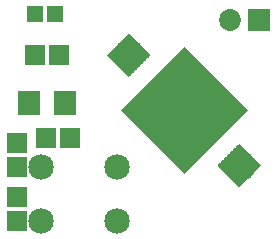
<source format=gts>
G04 MADE WITH FRITZING*
G04 WWW.FRITZING.ORG*
G04 DOUBLE SIDED*
G04 HOLES PLATED*
G04 CONTOUR ON CENTER OF CONTOUR VECTOR*
%ASAXBY*%
%FSLAX23Y23*%
%MOIN*%
%OFA0B0*%
%SFA1.0B1.0*%
%ADD10C,0.072992*%
%ADD11C,0.085000*%
%ADD12C,0.103000*%
%ADD13R,0.065118X0.069055*%
%ADD14R,0.057244X0.053307*%
%ADD15R,0.072992X0.084803*%
%ADD16R,0.069055X0.065118*%
%ADD17R,0.072992X0.072992*%
%ADD18C,0.010000*%
%ADD19R,0.001000X0.001000*%
%LNMASK1*%
G90*
G70*
G54D10*
X877Y724D03*
X779Y724D03*
G54D11*
X149Y232D03*
X405Y232D03*
X149Y55D03*
X405Y55D03*
G54D12*
X444Y606D03*
X812Y238D03*
X444Y606D03*
X812Y238D03*
G54D13*
X247Y330D03*
X166Y330D03*
G54D14*
X129Y744D03*
X196Y744D03*
G54D13*
X129Y606D03*
X210Y606D03*
G54D15*
X109Y448D03*
X231Y448D03*
G54D16*
X70Y232D03*
X70Y313D03*
X70Y55D03*
X70Y135D03*
G54D17*
X877Y724D03*
G54D18*
G36*
X840Y422D02*
X628Y210D01*
X416Y422D01*
X628Y634D01*
X840Y422D01*
G37*
D02*
G54D19*
X443Y678D02*
X444Y678D01*
X442Y677D02*
X445Y677D01*
X441Y676D02*
X446Y676D01*
X440Y675D02*
X447Y675D01*
X439Y674D02*
X448Y674D01*
X438Y673D02*
X449Y673D01*
X437Y672D02*
X450Y672D01*
X436Y671D02*
X451Y671D01*
X435Y670D02*
X452Y670D01*
X434Y669D02*
X453Y669D01*
X433Y668D02*
X454Y668D01*
X432Y667D02*
X455Y667D01*
X431Y666D02*
X456Y666D01*
X430Y665D02*
X457Y665D01*
X429Y664D02*
X458Y664D01*
X428Y663D02*
X459Y663D01*
X427Y662D02*
X460Y662D01*
X426Y661D02*
X461Y661D01*
X425Y660D02*
X462Y660D01*
X424Y659D02*
X463Y659D01*
X423Y658D02*
X464Y658D01*
X422Y657D02*
X465Y657D01*
X421Y656D02*
X466Y656D01*
X420Y655D02*
X467Y655D01*
X419Y654D02*
X468Y654D01*
X418Y653D02*
X469Y653D01*
X417Y652D02*
X470Y652D01*
X416Y651D02*
X471Y651D01*
X415Y650D02*
X472Y650D01*
X414Y649D02*
X473Y649D01*
X413Y648D02*
X474Y648D01*
X412Y647D02*
X475Y647D01*
X411Y646D02*
X476Y646D01*
X410Y645D02*
X477Y645D01*
X409Y644D02*
X478Y644D01*
X408Y643D02*
X479Y643D01*
X407Y642D02*
X480Y642D01*
X406Y641D02*
X481Y641D01*
X405Y640D02*
X482Y640D01*
X404Y639D02*
X483Y639D01*
X403Y638D02*
X441Y638D01*
X446Y638D02*
X484Y638D01*
X402Y637D02*
X435Y637D01*
X452Y637D02*
X485Y637D01*
X401Y636D02*
X432Y636D01*
X455Y636D02*
X486Y636D01*
X400Y635D02*
X430Y635D01*
X457Y635D02*
X487Y635D01*
X399Y634D02*
X428Y634D01*
X459Y634D02*
X488Y634D01*
X398Y633D02*
X426Y633D01*
X461Y633D02*
X489Y633D01*
X397Y632D02*
X425Y632D01*
X462Y632D02*
X490Y632D01*
X396Y631D02*
X423Y631D01*
X463Y631D02*
X491Y631D01*
X395Y630D02*
X422Y630D01*
X464Y630D02*
X492Y630D01*
X394Y629D02*
X421Y629D01*
X466Y629D02*
X493Y629D01*
X393Y628D02*
X420Y628D01*
X467Y628D02*
X494Y628D01*
X392Y627D02*
X419Y627D01*
X467Y627D02*
X495Y627D01*
X391Y626D02*
X418Y626D01*
X468Y626D02*
X496Y626D01*
X390Y625D02*
X418Y625D01*
X469Y625D02*
X497Y625D01*
X389Y624D02*
X417Y624D01*
X470Y624D02*
X498Y624D01*
X388Y623D02*
X416Y623D01*
X471Y623D02*
X499Y623D01*
X387Y622D02*
X416Y622D01*
X471Y622D02*
X500Y622D01*
X386Y621D02*
X415Y621D01*
X472Y621D02*
X501Y621D01*
X385Y620D02*
X414Y620D01*
X472Y620D02*
X502Y620D01*
X384Y619D02*
X414Y619D01*
X473Y619D02*
X503Y619D01*
X383Y618D02*
X413Y618D01*
X473Y618D02*
X504Y618D01*
X382Y617D02*
X413Y617D01*
X474Y617D02*
X505Y617D01*
X381Y616D02*
X413Y616D01*
X474Y616D02*
X506Y616D01*
X380Y615D02*
X412Y615D01*
X474Y615D02*
X507Y615D01*
X379Y614D02*
X412Y614D01*
X475Y614D02*
X508Y614D01*
X378Y613D02*
X412Y613D01*
X475Y613D02*
X509Y613D01*
X377Y612D02*
X412Y612D01*
X475Y612D02*
X510Y612D01*
X376Y611D02*
X411Y611D01*
X475Y611D02*
X511Y611D01*
X375Y610D02*
X411Y610D01*
X475Y610D02*
X512Y610D01*
X374Y609D02*
X411Y609D01*
X476Y609D02*
X513Y609D01*
X373Y608D02*
X411Y608D01*
X476Y608D02*
X514Y608D01*
X372Y607D02*
X411Y607D01*
X476Y607D02*
X515Y607D01*
X371Y606D02*
X411Y606D01*
X476Y606D02*
X515Y606D01*
X372Y605D02*
X411Y605D01*
X476Y605D02*
X514Y605D01*
X373Y604D02*
X411Y604D01*
X476Y604D02*
X513Y604D01*
X374Y603D02*
X411Y603D01*
X476Y603D02*
X512Y603D01*
X375Y602D02*
X411Y602D01*
X475Y602D02*
X511Y602D01*
X376Y601D02*
X411Y601D01*
X475Y601D02*
X510Y601D01*
X377Y600D02*
X412Y600D01*
X475Y600D02*
X509Y600D01*
X378Y599D02*
X412Y599D01*
X475Y599D02*
X508Y599D01*
X379Y598D02*
X412Y598D01*
X475Y598D02*
X507Y598D01*
X380Y597D02*
X412Y597D01*
X474Y597D02*
X506Y597D01*
X381Y596D02*
X413Y596D01*
X474Y596D02*
X505Y596D01*
X382Y595D02*
X413Y595D01*
X473Y595D02*
X504Y595D01*
X383Y594D02*
X414Y594D01*
X473Y594D02*
X503Y594D01*
X384Y593D02*
X414Y593D01*
X473Y593D02*
X502Y593D01*
X385Y592D02*
X415Y592D01*
X472Y592D02*
X501Y592D01*
X386Y591D02*
X415Y591D01*
X472Y591D02*
X500Y591D01*
X387Y590D02*
X416Y590D01*
X471Y590D02*
X499Y590D01*
X388Y589D02*
X416Y589D01*
X470Y589D02*
X498Y589D01*
X389Y588D02*
X417Y588D01*
X470Y588D02*
X497Y588D01*
X390Y587D02*
X418Y587D01*
X469Y587D02*
X496Y587D01*
X391Y586D02*
X419Y586D01*
X468Y586D02*
X495Y586D01*
X392Y585D02*
X420Y585D01*
X467Y585D02*
X494Y585D01*
X393Y584D02*
X421Y584D01*
X466Y584D02*
X493Y584D01*
X394Y583D02*
X422Y583D01*
X465Y583D02*
X492Y583D01*
X395Y582D02*
X423Y582D01*
X464Y582D02*
X491Y582D01*
X396Y581D02*
X424Y581D01*
X463Y581D02*
X490Y581D01*
X397Y580D02*
X425Y580D01*
X461Y580D02*
X489Y580D01*
X398Y579D02*
X427Y579D01*
X460Y579D02*
X488Y579D01*
X399Y578D02*
X429Y578D01*
X458Y578D02*
X487Y578D01*
X400Y577D02*
X431Y577D01*
X456Y577D02*
X486Y577D01*
X401Y576D02*
X433Y576D01*
X453Y576D02*
X485Y576D01*
X402Y575D02*
X437Y575D01*
X450Y575D02*
X484Y575D01*
X403Y574D02*
X483Y574D01*
X404Y573D02*
X482Y573D01*
X405Y572D02*
X481Y572D01*
X406Y571D02*
X480Y571D01*
X407Y570D02*
X479Y570D01*
X408Y569D02*
X478Y569D01*
X409Y568D02*
X477Y568D01*
X410Y567D02*
X476Y567D01*
X411Y566D02*
X475Y566D01*
X412Y565D02*
X474Y565D01*
X413Y564D02*
X473Y564D01*
X414Y563D02*
X472Y563D01*
X415Y562D02*
X471Y562D01*
X416Y561D02*
X470Y561D01*
X417Y560D02*
X469Y560D01*
X418Y559D02*
X468Y559D01*
X419Y558D02*
X467Y558D01*
X420Y557D02*
X466Y557D01*
X421Y556D02*
X465Y556D01*
X422Y555D02*
X464Y555D01*
X423Y554D02*
X463Y554D01*
X424Y553D02*
X462Y553D01*
X425Y552D02*
X461Y552D01*
X426Y551D02*
X460Y551D01*
X427Y550D02*
X459Y550D01*
X428Y549D02*
X458Y549D01*
X429Y548D02*
X457Y548D01*
X430Y547D02*
X456Y547D01*
X431Y546D02*
X455Y546D01*
X432Y545D02*
X454Y545D01*
X433Y544D02*
X453Y544D01*
X434Y543D02*
X452Y543D01*
X435Y542D02*
X451Y542D01*
X436Y541D02*
X450Y541D01*
X437Y540D02*
X449Y540D01*
X438Y539D02*
X448Y539D01*
X439Y538D02*
X447Y538D01*
X440Y537D02*
X446Y537D01*
X441Y536D02*
X445Y536D01*
X442Y535D02*
X444Y535D01*
X443Y534D02*
X443Y534D01*
X811Y311D02*
X811Y311D01*
X810Y310D02*
X812Y310D01*
X809Y309D02*
X813Y309D01*
X808Y308D02*
X814Y308D01*
X807Y307D02*
X815Y307D01*
X806Y306D02*
X816Y306D01*
X805Y305D02*
X817Y305D01*
X804Y304D02*
X818Y304D01*
X803Y303D02*
X819Y303D01*
X802Y302D02*
X820Y302D01*
X801Y301D02*
X821Y301D01*
X800Y300D02*
X822Y300D01*
X799Y299D02*
X823Y299D01*
X798Y298D02*
X824Y298D01*
X797Y297D02*
X825Y297D01*
X796Y296D02*
X826Y296D01*
X795Y295D02*
X827Y295D01*
X794Y294D02*
X828Y294D01*
X793Y293D02*
X829Y293D01*
X792Y292D02*
X830Y292D01*
X791Y291D02*
X831Y291D01*
X790Y290D02*
X832Y290D01*
X789Y289D02*
X833Y289D01*
X788Y288D02*
X834Y288D01*
X787Y287D02*
X835Y287D01*
X786Y286D02*
X836Y286D01*
X785Y285D02*
X837Y285D01*
X784Y284D02*
X838Y284D01*
X783Y283D02*
X839Y283D01*
X782Y282D02*
X840Y282D01*
X781Y281D02*
X841Y281D01*
X780Y280D02*
X842Y280D01*
X779Y279D02*
X843Y279D01*
X778Y278D02*
X844Y278D01*
X777Y277D02*
X845Y277D01*
X776Y276D02*
X846Y276D01*
X775Y275D02*
X847Y275D01*
X774Y274D02*
X848Y274D01*
X773Y273D02*
X849Y273D01*
X772Y272D02*
X850Y272D01*
X771Y271D02*
X851Y271D01*
X770Y270D02*
X805Y270D01*
X817Y270D02*
X852Y270D01*
X769Y269D02*
X801Y269D01*
X821Y269D02*
X853Y269D01*
X768Y268D02*
X798Y268D01*
X823Y268D02*
X854Y268D01*
X767Y267D02*
X796Y267D01*
X825Y267D02*
X855Y267D01*
X766Y266D02*
X795Y266D01*
X827Y266D02*
X856Y266D01*
X765Y265D02*
X793Y265D01*
X829Y265D02*
X857Y265D01*
X764Y264D02*
X792Y264D01*
X830Y264D02*
X858Y264D01*
X763Y263D02*
X790Y263D01*
X831Y263D02*
X859Y263D01*
X762Y262D02*
X789Y262D01*
X832Y262D02*
X860Y262D01*
X761Y261D02*
X788Y261D01*
X834Y261D02*
X861Y261D01*
X760Y260D02*
X787Y260D01*
X835Y260D02*
X862Y260D01*
X759Y259D02*
X786Y259D01*
X835Y259D02*
X863Y259D01*
X758Y258D02*
X786Y258D01*
X836Y258D02*
X864Y258D01*
X757Y257D02*
X785Y257D01*
X837Y257D02*
X865Y257D01*
X756Y256D02*
X784Y256D01*
X838Y256D02*
X866Y256D01*
X755Y255D02*
X783Y255D01*
X838Y255D02*
X867Y255D01*
X754Y254D02*
X783Y254D01*
X839Y254D02*
X868Y254D01*
X753Y253D02*
X782Y253D01*
X840Y253D02*
X869Y253D01*
X752Y252D02*
X782Y252D01*
X840Y252D02*
X870Y252D01*
X751Y251D02*
X781Y251D01*
X841Y251D02*
X871Y251D01*
X750Y250D02*
X781Y250D01*
X841Y250D02*
X872Y250D01*
X749Y249D02*
X780Y249D01*
X841Y249D02*
X873Y249D01*
X748Y248D02*
X780Y248D01*
X842Y248D02*
X874Y248D01*
X747Y247D02*
X780Y247D01*
X842Y247D02*
X875Y247D01*
X746Y246D02*
X779Y246D01*
X842Y246D02*
X876Y246D01*
X745Y245D02*
X779Y245D01*
X843Y245D02*
X877Y245D01*
X744Y244D02*
X779Y244D01*
X843Y244D02*
X878Y244D01*
X743Y243D02*
X779Y243D01*
X843Y243D02*
X879Y243D01*
X742Y242D02*
X779Y242D01*
X843Y242D02*
X880Y242D01*
X741Y241D02*
X779Y241D01*
X843Y241D02*
X881Y241D01*
X740Y240D02*
X779Y240D01*
X843Y240D02*
X882Y240D01*
X739Y239D02*
X779Y239D01*
X843Y239D02*
X883Y239D01*
X739Y238D02*
X779Y238D01*
X843Y238D02*
X883Y238D01*
X740Y237D02*
X779Y237D01*
X843Y237D02*
X882Y237D01*
X741Y236D02*
X779Y236D01*
X843Y236D02*
X881Y236D01*
X742Y235D02*
X779Y235D01*
X843Y235D02*
X880Y235D01*
X743Y234D02*
X779Y234D01*
X843Y234D02*
X879Y234D01*
X744Y233D02*
X779Y233D01*
X843Y233D02*
X878Y233D01*
X745Y232D02*
X779Y232D01*
X842Y232D02*
X877Y232D01*
X746Y231D02*
X780Y231D01*
X842Y231D02*
X876Y231D01*
X747Y230D02*
X780Y230D01*
X842Y230D02*
X875Y230D01*
X748Y229D02*
X780Y229D01*
X842Y229D02*
X874Y229D01*
X749Y228D02*
X781Y228D01*
X841Y228D02*
X873Y228D01*
X750Y227D02*
X781Y227D01*
X841Y227D02*
X872Y227D01*
X751Y226D02*
X781Y226D01*
X840Y226D02*
X871Y226D01*
X752Y225D02*
X782Y225D01*
X840Y225D02*
X870Y225D01*
X753Y224D02*
X782Y224D01*
X839Y224D02*
X869Y224D01*
X754Y223D02*
X783Y223D01*
X839Y223D02*
X868Y223D01*
X755Y222D02*
X784Y222D01*
X838Y222D02*
X867Y222D01*
X756Y221D02*
X784Y221D01*
X837Y221D02*
X866Y221D01*
X757Y220D02*
X785Y220D01*
X837Y220D02*
X865Y220D01*
X758Y219D02*
X786Y219D01*
X836Y219D02*
X864Y219D01*
X759Y218D02*
X787Y218D01*
X835Y218D02*
X863Y218D01*
X760Y217D02*
X788Y217D01*
X834Y217D02*
X862Y217D01*
X761Y216D02*
X789Y216D01*
X833Y216D02*
X861Y216D01*
X762Y215D02*
X790Y215D01*
X832Y215D02*
X860Y215D01*
X763Y214D02*
X791Y214D01*
X831Y214D02*
X859Y214D01*
X764Y213D02*
X792Y213D01*
X830Y213D02*
X858Y213D01*
X765Y212D02*
X794Y212D01*
X828Y212D02*
X857Y212D01*
X766Y211D02*
X795Y211D01*
X827Y211D02*
X856Y211D01*
X767Y210D02*
X797Y210D01*
X825Y210D02*
X855Y210D01*
X768Y209D02*
X799Y209D01*
X822Y209D02*
X854Y209D01*
X769Y208D02*
X802Y208D01*
X820Y208D02*
X853Y208D01*
X770Y207D02*
X807Y207D01*
X814Y207D02*
X852Y207D01*
X771Y206D02*
X851Y206D01*
X772Y205D02*
X850Y205D01*
X773Y204D02*
X849Y204D01*
X774Y203D02*
X848Y203D01*
X775Y202D02*
X847Y202D01*
X776Y201D02*
X846Y201D01*
X777Y200D02*
X845Y200D01*
X778Y199D02*
X844Y199D01*
X779Y198D02*
X843Y198D01*
X780Y197D02*
X842Y197D01*
X781Y196D02*
X841Y196D01*
X782Y195D02*
X840Y195D01*
X783Y194D02*
X839Y194D01*
X784Y193D02*
X838Y193D01*
X785Y192D02*
X837Y192D01*
X786Y191D02*
X836Y191D01*
X787Y190D02*
X835Y190D01*
X788Y189D02*
X834Y189D01*
X789Y188D02*
X833Y188D01*
X790Y187D02*
X832Y187D01*
X791Y186D02*
X831Y186D01*
X792Y185D02*
X830Y185D01*
X793Y184D02*
X829Y184D01*
X794Y183D02*
X828Y183D01*
X795Y182D02*
X827Y182D01*
X796Y181D02*
X826Y181D01*
X797Y180D02*
X825Y180D01*
X798Y179D02*
X824Y179D01*
X799Y178D02*
X823Y178D01*
X800Y177D02*
X822Y177D01*
X801Y176D02*
X821Y176D01*
X802Y175D02*
X820Y175D01*
X803Y174D02*
X819Y174D01*
X804Y173D02*
X818Y173D01*
X805Y172D02*
X817Y172D01*
X806Y171D02*
X816Y171D01*
X807Y170D02*
X815Y170D01*
X808Y169D02*
X814Y169D01*
X809Y168D02*
X813Y168D01*
X810Y167D02*
X812Y167D01*
D02*
G04 End of Mask1*
M02*
</source>
